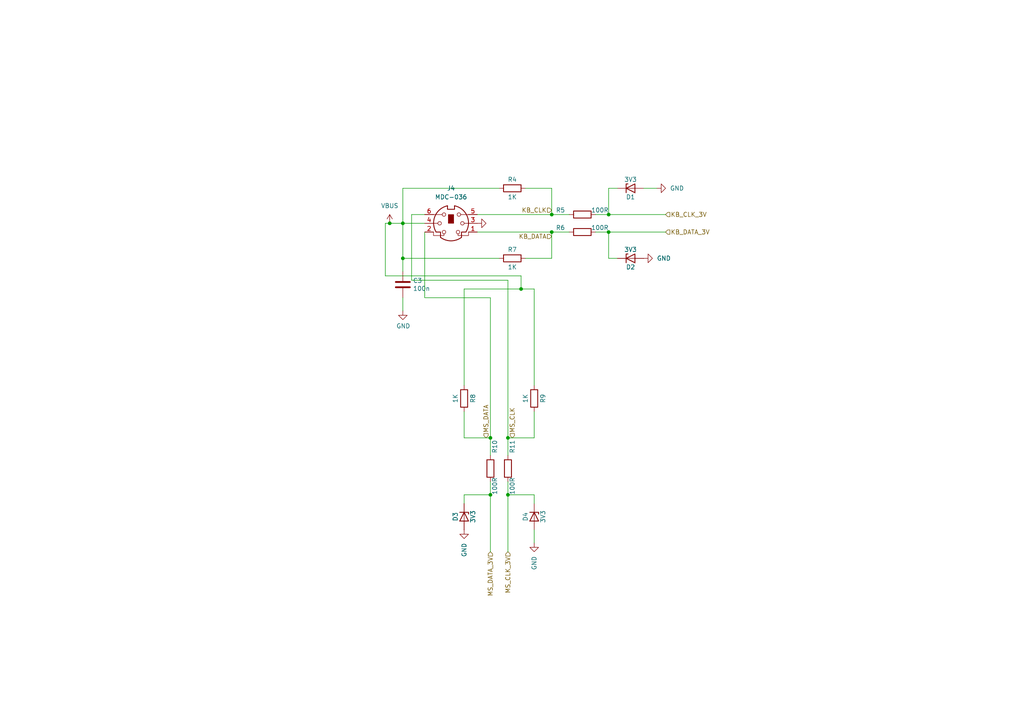
<source format=kicad_sch>
(kicad_sch (version 20250114) (generator "eeschema") (generator_version "9.0")
  (paper "A4")
  (title_block (title "FRANK M2") (date "2025-03-16") (rev "1.03") (company "Mikhail Matveev") (comment 1 "https://github.com/xtremespb/frank"))
  (lib_symbols
    (symbol "Connector:Mini-DIN-6" (pin_names (offset 1.016))
      (property "Reference" "J" (at 0 6.35 0))
      (property "Value" "Mini-DIN-6" (at 0 -6.35 0))
      (symbol "Mini-DIN-6_0_1"
        (polyline (pts (xy -4.318 -2.54) (xy -3.048 -2.54) (xy -3.048 -4.064)) (stroke (width 0.254)))
        (polyline (pts (xy -3.81 0) (xy -5.08 0)))
        (circle (center -3.302 0) (radius 0.508))
        (polyline (pts (xy -2.54 2.54) (xy -5.08 2.54)))
        (circle (center -2.032 2.54) (radius 0.508))
        (circle (center -2.032 -2.54) (radius 0.508))
        (polyline (pts (xy -2.032 -3.048) (xy -2.032 -3.556) (xy -5.08 -3.556) (xy -5.08 -2.54)))
        (polyline (pts (xy -1.016 5.08) (xy -1.016 4.064) (xy 1.016 4.064) (xy 1.016 5.08)) (stroke (width 0.254)))
        (rectangle (start -0.762 2.54) (end 0.762 0) (fill (type outline)))
        (arc (start 3.048 -4.064) (mid 0 -5.08) (end -3.048 -4.064) (stroke (width 0.254)))
        (arc (start 1.016 5.08) (mid 4.6646 2.1356) (end 4.318 -2.54) (stroke (width 0.254)))
        (arc (start -4.318 -2.54) (mid -4.6241 2.1181) (end -1.016 5.08) (stroke (width 0.254)))
        (circle (center 2.032 -2.54) (radius 0.508))
        (polyline (pts (xy 2.032 -3.048) (xy 2.032 -3.556) (xy 5.08 -3.556) (xy 5.08 -2.54)))
        (circle (center 2.286 2.54) (radius 0.508))
        (polyline (pts (xy 2.794 2.54) (xy 5.08 2.54)))
        (circle (center 3.302 0) (radius 0.508))
        (polyline (pts (xy 4.318 -2.54) (xy 3.048 -2.54) (xy 3.048 -4.064)) (stroke (width 0.254)))
        (polyline (pts (xy 5.08 0) (xy 3.81 0)))
      )
      (symbol "Mini-DIN-6_1_1"
        (pin passive line (at -7.62 2.54 0) (length 2.54) (name "~") (number "6"))
        (pin passive line (at -7.62 0 0) (length 2.54) (name "~") (number "4"))
        (pin passive line (at -7.62 -2.54 0) (length 2.54) (name "~") (number "2"))
        (pin passive line (at 7.62 2.54 180) (length 2.54) (name "~") (number "5"))
        (pin passive line (at 7.62 0 180) (length 2.54) (name "~") (number "3"))
        (pin passive line (at 7.62 -2.54 180) (length 2.54) (name "~") (number "1"))
      )
    )
    (symbol "Device:C" (pin_numbers (hide yes)) (pin_names (offset 0.254))
      (property "Reference" "C" (at 0.635 2.54 0))
      (property "Value" "C" (at 0.635 -2.54 0))
      (symbol "C_0_1"
        (polyline (pts (xy -2.032 0.762) (xy 2.032 0.762)) (stroke (width 0.508)))
        (polyline (pts (xy -2.032 -0.762) (xy 2.032 -0.762)) (stroke (width 0.508)))
      )
      (symbol "C_1_1"
        (pin passive line (at 0 3.81 270) (length 2.794) (name "~") (number "1"))
        (pin passive line (at 0 -3.81 90) (length 2.794) (name "~") (number "2"))
      )
    )
    (symbol "Device:D_Zener" (pin_numbers (hide yes)) (pin_names (offset 1.016) (hide yes))
      (property "Reference" "D" (at 0 2.54 0))
      (property "Value" "D_Zener" (at 0 -2.54 0))
      (symbol "D_Zener_0_1"
        (polyline (pts (xy -1.27 -1.27) (xy -1.27 1.27) (xy -0.762 1.27)) (stroke (width 0.254)))
        (polyline (pts (xy 1.27 0) (xy -1.27 0)))
        (polyline (pts (xy 1.27 -1.27) (xy 1.27 1.27) (xy -1.27 0) (xy 1.27 -1.27)) (stroke (width 0.254)))
      )
      (symbol "D_Zener_1_1"
        (pin passive line (at -3.81 0 0) (length 2.54) (name "K") (number "1"))
        (pin passive line (at 3.81 0 180) (length 2.54) (name "A") (number "2"))
      )
    )
    (symbol "Device:R" (pin_numbers (hide yes)) (pin_names (offset 0))
      (property "Reference" "R" (at 2.032 0 90))
      (property "Value" "R" (at 0 0 90))
      (symbol "R_0_1"
        (rectangle (start -1.016 -2.54) (end 1.016 2.54) (stroke (width 0.254)))
      )
      (symbol "R_1_1"
        (pin passive line (at 0 3.81 270) (length 1.27) (name "~") (number "1"))
        (pin passive line (at 0 -3.81 90) (length 1.27) (name "~") (number "2"))
      )
    )
    (symbol "GND_1" (power) (pin_numbers (hide yes)) (pin_names (offset 0) (hide yes))
      (property "Value" "GND" (at 0 -3.81 0))
      (symbol "GND_1_0_1"
        (polyline (pts (xy 0 0) (xy 0 -1.27) (xy 1.27 -1.27) (xy 0 -2.54) (xy -1.27 -1.27) (xy 0 -1.27)))
      )
      (symbol "GND_1_1_1"
        (pin power_in line (at 0 0 270) (length 0) (name "~") (number "1"))
      )
    )
    (symbol "GND_2" (power) (pin_numbers (hide yes)) (pin_names (offset 0) (hide yes))
      (property "Value" "GND" (at 0 -3.81 0))
      (symbol "GND_2_0_1"
        (polyline (pts (xy 0 0) (xy 0 -1.27) (xy 1.27 -1.27) (xy 0 -2.54) (xy -1.27 -1.27) (xy 0 -1.27)))
      )
      (symbol "GND_2_1_1"
        (pin power_in line (at 0 0 270) (length 0) (name "~") (number "1"))
      )
    )
    (symbol "GND_3" (power) (pin_numbers (hide yes)) (pin_names (offset 0) (hide yes))
      (property "Value" "GND" (at 0 -3.81 0))
      (symbol "GND_3_0_1"
        (polyline (pts (xy 0 0) (xy 0 -1.27) (xy 1.27 -1.27) (xy 0 -2.54) (xy -1.27 -1.27) (xy 0 -1.27)))
      )
      (symbol "GND_3_1_1"
        (pin power_in line (at 0 0 270) (length 0) (name "~") (number "1"))
      )
    )
    (symbol "GND_4" (power) (pin_numbers (hide yes)) (pin_names (offset 0) (hide yes))
      (property "Value" "GND" (at 0 -3.81 0))
      (symbol "GND_4_0_1"
        (polyline (pts (xy 0 0) (xy 0 -1.27) (xy 1.27 -1.27) (xy 0 -2.54) (xy -1.27 -1.27) (xy 0 -1.27)))
      )
      (symbol "GND_4_1_1"
        (pin power_in line (at 0 0 270) (length 0) (name "~") (number "1"))
      )
    )
    (symbol "GND_6" (power) (pin_numbers (hide yes)) (pin_names (offset 0) (hide yes))
      (property "Value" "GND" (at 0 -3.81 0))
      (symbol "GND_6_0_1"
        (polyline (pts (xy 0 0) (xy 0 -1.27) (xy 1.27 -1.27) (xy 0 -2.54) (xy -1.27 -1.27) (xy 0 -1.27)))
      )
      (symbol "GND_6_1_1"
        (pin power_in line (at 0 0 270) (length 0) (name "~") (number "1"))
      )
    )
    (symbol "power:GND" (power) (pin_numbers (hide yes)) (pin_names (offset 0) (hide yes))
      (property "Value" "GND" (at 0 -3.81 0))
      (symbol "GND_0_1"
        (polyline (pts (xy 0 0) (xy 0 -1.27) (xy 1.27 -1.27) (xy 0 -2.54) (xy -1.27 -1.27) (xy 0 -1.27)))
      )
      (symbol "GND_1_1"
        (pin power_in line (at 0 0 270) (length 0) (name "~") (number "1"))
      )
    )
    (symbol "power:VBUS" (power) (pin_numbers (hide yes)) (pin_names (offset 0) (hide yes))
      (property "Value" "VBUS" (at 0 3.556 0))
      (symbol "VBUS_0_1"
        (polyline (pts (xy -0.762 1.27) (xy 0 2.54)))
        (polyline (pts (xy 0 2.54) (xy 0.762 1.27)))
        (polyline (pts (xy 0 0) (xy 0 2.54)))
      )
      (symbol "VBUS_1_1"
        (pin power_in line (at 0 0 90) (length 0) (name "~") (number "1"))
      )
    )
  )
  (junction (at 176.53 67.31))
  (junction (at 142.24 143.51))
  (junction (at 151.13 83.82))
  (junction (at 142.24 127))
  (junction (at 160.02 62.23))
  (junction (at 116.84 64.77))
  (junction (at 176.53 62.23))
  (junction (at 147.32 143.51))
  (junction (at 116.84 74.93))
  (junction (at 147.32 127))
  (junction (at 160.02 67.31))
  (junction (at 113.03 64.77))
  (wire (pts (xy 142.24 143.51) (xy 142.24 160.02)))
  (wire (pts (xy 154.94 127) (xy 147.32 127)))
  (wire (pts (xy 154.94 143.51) (xy 147.32 143.51)))
  (wire (pts (xy 160.02 67.31) (xy 165.1 67.31)))
  (wire (pts (xy 160.02 62.23) (xy 165.1 62.23)))
  (wire (pts (xy 144.78 74.93) (xy 116.84 74.93)))
  (wire (pts (xy 134.62 111.76) (xy 134.62 83.82)))
  (wire (pts (xy 134.62 119.38) (xy 134.62 127)))
  (wire (pts (xy 113.03 64.77) (xy 111.76 64.77)))
  (wire (pts (xy 116.84 74.93) (xy 116.84 78.74)))
  (wire (pts (xy 116.84 54.61) (xy 116.84 64.77)))
  (wire (pts (xy 147.32 143.51) (xy 147.32 139.7)))
  (wire (pts (xy 147.32 143.51) (xy 147.32 160.02)))
  (wire (pts (xy 123.19 67.31) (xy 123.19 86.36)))
  (wire (pts (xy 186.69 54.61) (xy 190.5 54.61)))
  (wire (pts (xy 154.94 146.05) (xy 154.94 143.51)))
  (wire (pts (xy 176.53 67.31) (xy 172.72 67.31)))
  (wire (pts (xy 176.53 74.93) (xy 176.53 67.31)))
  (wire (pts (xy 154.94 119.38) (xy 154.94 127)))
  (wire (pts (xy 176.53 67.31) (xy 193.04 67.31)))
  (wire (pts (xy 116.84 74.93) (xy 116.84 64.77)))
  (wire (pts (xy 144.78 54.61) (xy 116.84 54.61)))
  (wire (pts (xy 123.19 62.23) (xy 119.38 62.23)))
  (wire (pts (xy 151.13 80.01) (xy 151.13 83.82)))
  (wire (pts (xy 151.13 83.82) (xy 154.94 83.82)))
  (wire (pts (xy 134.62 143.51) (xy 142.24 143.51)))
  (wire (pts (xy 179.07 74.93) (xy 176.53 74.93)))
  (wire (pts (xy 142.24 127) (xy 134.62 127)))
  (wire (pts (xy 179.07 54.61) (xy 176.53 54.61)))
  (wire (pts (xy 138.43 67.31) (xy 160.02 67.31)))
  (wire (pts (xy 119.38 62.23) (xy 119.38 81.28)))
  (wire (pts (xy 176.53 62.23) (xy 193.04 62.23)))
  (wire (pts (xy 123.19 86.36) (xy 142.24 86.36)))
  (wire (pts (xy 176.53 54.61) (xy 176.53 62.23)))
  (wire (pts (xy 116.84 64.77) (xy 123.19 64.77)))
  (wire (pts (xy 116.84 64.77) (xy 113.03 64.77)))
  (wire (pts (xy 152.4 74.93) (xy 160.02 74.93)))
  (wire (pts (xy 160.02 54.61) (xy 160.02 62.23)))
  (wire (pts (xy 111.76 80.01) (xy 151.13 80.01)))
  (wire (pts (xy 147.32 127) (xy 147.32 132.08)))
  (wire (pts (xy 134.62 146.05) (xy 134.62 143.51)))
  (wire (pts (xy 142.24 86.36) (xy 142.24 127)))
  (wire (pts (xy 142.24 143.51) (xy 142.24 139.7)))
  (wire (pts (xy 119.38 81.28) (xy 147.32 81.28)))
  (wire (pts (xy 111.76 64.77) (xy 111.76 80.01)))
  (wire (pts (xy 138.43 62.23) (xy 160.02 62.23)))
  (wire (pts (xy 154.94 111.76) (xy 154.94 83.82)))
  (wire (pts (xy 152.4 54.61) (xy 160.02 54.61)))
  (wire (pts (xy 116.84 86.36) (xy 116.84 90.17)))
  (wire (pts (xy 134.62 83.82) (xy 151.13 83.82)))
  (wire (pts (xy 160.02 67.31) (xy 160.02 74.93)))
  (wire (pts (xy 147.32 81.28) (xy 147.32 127)))
  (wire (pts (xy 142.24 127) (xy 142.24 132.08)))
  (wire (pts (xy 176.53 62.23) (xy 172.72 62.23)))
  (wire (pts (xy 154.94 153.67) (xy 154.94 157.48)))
  (hierarchical_label "MS_CLK_3V" (shape input) (at 147.32 160.02 270))
  (hierarchical_label "MS_CLK" (shape input) (at 148.59 127 90))
  (hierarchical_label "KB_CLK" (shape input) (at 160.02 60.96 180))
  (hierarchical_label "KB_DATA_3V" (shape input) (at 193.04 67.31 0))
  (hierarchical_label "MS_DATA_3V" (shape input) (at 142.24 160.02 270))
  (hierarchical_label "MS_DATA" (shape input) (at 140.97 127 90))
  (hierarchical_label "KB_CLK_3V" (shape input) (at 193.04 62.23 0))
  (hierarchical_label "KB_DATA" (shape input) (at 160.02 68.58 180))
  (symbol (lib_name "GND_6") (lib_id "power:GND") (at 186.69 74.93 90) (unit 1)
    (property "Reference" "#PWR020" (effects (hide yes)))
    (property "Value" "GND" (at 190.5 74.9299 90) (effects (justify right)))
    (property "Description" "Power symbol creates a global label with name \"GND\" , ground" (effects (hide yes)))
  )
  (symbol (lib_id "Device:D_Zener") (at 182.88 74.93 0) (unit 1)
    (property "Reference" "D2" (at 182.88 77.47 0))
    (property "Value" "3V3" (at 182.88 72.39 0))
    (property "Footprint" "FRANK:Diode (SOD-323)" (effects (hide yes)))
    (property "Datasheet" "https://www.vishay.com/docs/83335/bzx384g.pdf" (effects (hide yes)))
    (property "AliExpress" "https://www.aliexpress.com/item/1005006143480992.html" (effects (hide yes)))
  )
  (symbol (lib_name "GND_3") (lib_id "power:GND") (at 116.84 90.17 0) (unit 1)
    (property "Reference" "#PWR021" (effects (hide yes)))
    (property "Value" "GND" (at 116.967 94.5642 0))
    (property "Description" "Power symbol creates a global label with name \"GND\" , ground" (effects (hide yes)))
  )
  (symbol (lib_id "Device:R") (at 134.62 115.57 0) (unit 1)
    (property "Reference" "R8" (at 137.16 115.57 90))
    (property "Value" "1K" (at 132.08 115.57 90))
    (property "Footprint" "FRANK:Resistor (0805)" (effects (hide yes)))
    (property "Datasheet" "https://www.vishay.com/docs/28952/mcs0402at-mct0603at-mcu0805at-mca1206at.pdf" (effects (hide yes)))
    (property "AliExpress" "https://www.aliexpress.com/item/1005005945735199.html" (effects (hide yes)))
  )
  (symbol (lib_name "GND_1") (lib_id "power:GND") (at 154.94 157.48 0) (unit 1)
    (property "Reference" "#PWR023" (effects (hide yes)))
    (property "Value" "GND" (at 154.9401 161.29 90) (effects (justify right)))
    (property "Description" "Power symbol creates a global label with name \"GND\" , ground" (effects (hide yes)))
  )
  (symbol (lib_id "Device:R") (at 168.91 67.31 90) (unit 1)
    (property "Reference" "R6" (at 162.56 66.04 90))
    (property "Value" "100R" (at 173.99 66.04 90))
    (property "Footprint" "FRANK:Resistor (0805)" (effects (hide yes)))
    (property "Datasheet" "https://www.vishay.com/docs/28952/mcs0402at-mct0603at-mcu0805at-mca1206at.pdf" (effects (hide yes)))
    (property "AliExpress" "https://www.aliexpress.com/item/1005005945735199.html" (effects (hide yes)))
  )
  (symbol (lib_id "Device:R") (at 154.94 115.57 0) (unit 1)
    (property "Reference" "R9" (at 157.48 115.57 90))
    (property "Value" "1K" (at 152.4 115.57 90))
    (property "Footprint" "FRANK:Resistor (0805)" (effects (hide yes)))
    (property "Datasheet" "https://www.vishay.com/docs/28952/mcs0402at-mct0603at-mcu0805at-mca1206at.pdf" (effects (hide yes)))
    (property "AliExpress" "https://www.aliexpress.com/item/1005005945735199.html" (effects (hide yes)))
  )
  (symbol (lib_id "Device:R") (at 168.91 62.23 90) (unit 1)
    (property "Reference" "R5" (at 162.56 60.96 90))
    (property "Value" "100R" (at 173.99 60.96 90))
    (property "Footprint" "FRANK:Resistor (0805)" (effects (hide yes)))
    (property "Datasheet" "https://www.vishay.com/docs/28952/mcs0402at-mct0603at-mcu0805at-mca1206at.pdf" (effects (hide yes)))
    (property "AliExpress" "https://www.aliexpress.com/item/1005005945735199.html" (effects (hide yes)))
  )
  (symbol (lib_id "Device:R") (at 142.24 135.89 0) (unit 1)
    (property "Reference" "R10" (at 143.51 129.54 90))
    (property "Value" "100R" (at 143.51 140.97 90))
    (property "Footprint" "FRANK:Resistor (0805)" (effects (hide yes)))
    (property "Datasheet" "https://www.vishay.com/docs/28952/mcs0402at-mct0603at-mcu0805at-mca1206at.pdf" (effects (hide yes)))
    (property "AliExpress" "https://www.aliexpress.com/item/1005005945735199.html" (effects (hide yes)))
  )
  (symbol (lib_name "GND_4") (lib_id "power:GND") (at 190.5 54.61 90) (unit 1)
    (property "Reference" "#PWR017" (effects (hide yes)))
    (property "Value" "GND" (at 194.31 54.6099 90) (effects (justify right)))
    (property "Description" "Power symbol creates a global label with name \"GND\" , ground" (effects (hide yes)))
  )
  (symbol (lib_id "Device:D_Zener") (at 134.62 149.86 270) (unit 1)
    (property "Reference" "D3" (at 132.08 149.86 0))
    (property "Value" "3V3" (at 137.16 149.86 0))
    (property "Footprint" "FRANK:Diode (SOD-323)" (effects (hide yes)))
    (property "Datasheet" "https://www.vishay.com/docs/83335/bzx384g.pdf" (effects (hide yes)))
    (property "AliExpress" "https://www.aliexpress.com/item/1005006143480992.html" (effects (hide yes)))
  )
  (symbol (lib_id "power:VBUS") (at 113.03 64.77 0) (unit 1)
    (property "Reference" "#PWR018" (effects (hide yes)))
    (property "Value" "VBUS" (at 113.03 59.69 0))
    (property "Description" "Power symbol creates a global label with name \"VBUS\"" (effects (hide yes)))
  )
  (symbol (lib_id "Device:R") (at 148.59 74.93 90) (unit 1)
    (property "Reference" "R7" (at 148.59 72.39 90))
    (property "Value" "1K" (at 148.59 77.47 90))
    (property "Footprint" "FRANK:Resistor (0805)" (effects (hide yes)))
    (property "Datasheet" "https://www.vishay.com/docs/28952/mcs0402at-mct0603at-mcu0805at-mca1206at.pdf" (effects (hide yes)))
    (property "AliExpress" "https://www.aliexpress.com/item/1005005945735199.html" (effects (hide yes)))
  )
  (symbol (lib_id "Device:R") (at 148.59 54.61 90) (unit 1)
    (property "Reference" "R4" (at 148.59 52.07 90))
    (property "Value" "1K" (at 148.59 57.15 90))
    (property "Footprint" "FRANK:Resistor (0805)" (effects (hide yes)))
    (property "Datasheet" "https://www.vishay.com/docs/28952/mcs0402at-mct0603at-mcu0805at-mca1206at.pdf" (effects (hide yes)))
    (property "AliExpress" "https://www.aliexpress.com/item/1005005945735199.html" (effects (hide yes)))
  )
  (symbol (lib_id "Connector:Mini-DIN-6") (at 130.81 64.77 0) (unit 1)
    (property "Reference" "J4" (at 130.8277 54.61 0))
    (property "Value" "MDC-036" (at 130.8277 57.15 0))
    (property "Footprint" "FRANK:MiniDIN (6 Pin, female)" (effects (hide yes)))
    (property "Datasheet" "http://service.powerdynamics.com/ec/Catalog17/Section%2011.pdf" (effects (hide yes)))
    (property "Description" "6-pin Mini-DIN connector" (effects (hide yes)))
    (property "AliExpress" "https://www.aliexpress.com/item/4000106131593.html" (effects (hide yes)))
  )
  (symbol (lib_id "power:GND") (at 138.43 64.77 90) (unit 1)
    (property "Reference" "#PWR019" (effects (hide yes)))
    (property "Value" "GND" (effects (hide yes)))
    (property "Description" "Power symbol creates a global label with name \"GND\" , ground" (effects (hide yes)))
  )
  (symbol (lib_name "GND_2") (lib_id "power:GND") (at 134.62 153.67 0) (unit 1)
    (property "Reference" "#PWR022" (effects (hide yes)))
    (property "Value" "GND" (at 134.6201 157.48 90) (effects (justify right)))
    (property "Description" "Power symbol creates a global label with name \"GND\" , ground" (effects (hide yes)))
  )
  (symbol (lib_id "Device:D_Zener") (at 182.88 54.61 0) (unit 1)
    (property "Reference" "D1" (at 182.88 57.15 0))
    (property "Value" "3V3" (at 182.88 52.07 0))
    (property "Footprint" "FRANK:Diode (SOD-323)" (effects (hide yes)))
    (property "Datasheet" "https://www.vishay.com/docs/83335/bzx384g.pdf" (effects (hide yes)))
    (property "AliExpress" "https://www.aliexpress.com/item/1005006143480992.html" (effects (hide yes)))
  )
  (symbol (lib_id "Device:R") (at 147.32 135.89 0) (unit 1)
    (property "Reference" "R11" (at 148.59 129.54 90))
    (property "Value" "100R" (at 148.59 140.97 90))
    (property "Footprint" "FRANK:Resistor (0805)" (effects (hide yes)))
    (property "Datasheet" "https://www.vishay.com/docs/28952/mcs0402at-mct0603at-mcu0805at-mca1206at.pdf" (effects (hide yes)))
    (property "AliExpress" "https://www.aliexpress.com/item/1005005945735199.html" (effects (hide yes)))
  )
  (symbol (lib_id "Device:D_Zener") (at 154.94 149.86 270) (unit 1)
    (property "Reference" "D4" (at 152.4 149.86 0))
    (property "Value" "3V3" (at 157.48 149.86 0))
    (property "Footprint" "FRANK:Diode (SOD-323)" (effects (hide yes)))
    (property "Datasheet" "https://www.vishay.com/docs/83335/bzx384g.pdf" (effects (hide yes)))
    (property "AliExpress" "https://www.aliexpress.com/item/1005006143480992.html" (effects (hide yes)))
  )
  (symbol (lib_id "Device:C") (at 116.84 82.55 0) (unit 1)
    (property "Reference" "C3" (at 119.761 81.3816 0) (effects (justify left)))
    (property "Value" "100n" (at 119.761 83.693 0) (effects (justify left)))
    (property "Footprint" "FRANK:Capacitor (0805)" (effects (hide yes)))
    (property "Datasheet" "https://eu.mouser.com/datasheet/2/40/KGM_X7R-3223212.pdf" (effects (hide yes)))
    (property "AliExpress" "https://www.aliexpress.com/item/33008008276.html" (effects (hide yes)))
  )
)
</source>
